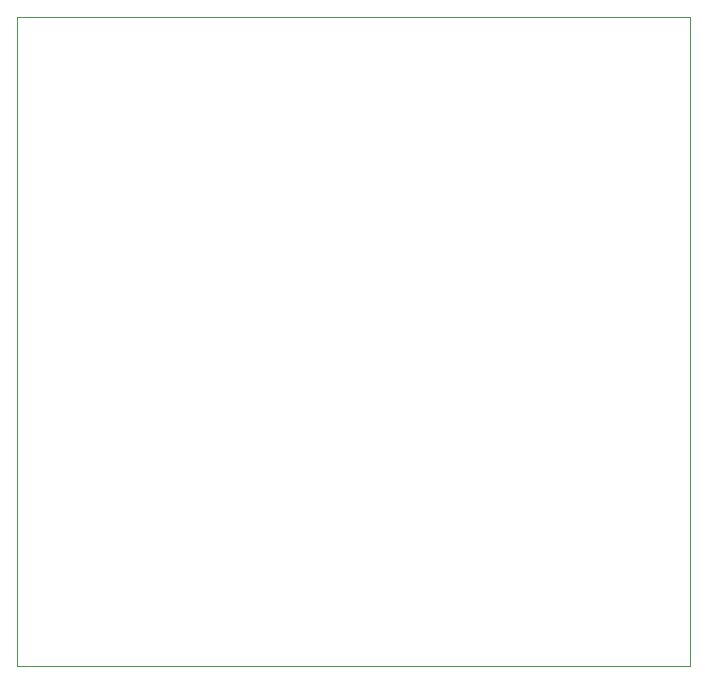
<source format=gbr>
%TF.GenerationSoftware,KiCad,Pcbnew,(5.1.6)-1*%
%TF.CreationDate,2020-11-01T08:40:04-08:00*%
%TF.ProjectId,CentralController,43656e74-7261-46c4-936f-6e74726f6c6c,rev?*%
%TF.SameCoordinates,Original*%
%TF.FileFunction,Profile,NP*%
%FSLAX46Y46*%
G04 Gerber Fmt 4.6, Leading zero omitted, Abs format (unit mm)*
G04 Created by KiCad (PCBNEW (5.1.6)-1) date 2020-11-01 08:40:04*
%MOMM*%
%LPD*%
G01*
G04 APERTURE LIST*
%TA.AperFunction,Profile*%
%ADD10C,0.050000*%
%TD*%
G04 APERTURE END LIST*
D10*
X142000000Y-59000000D02*
X142000000Y-62000000D01*
X85000000Y-59000000D02*
X142000000Y-59000000D01*
X85000000Y-114000000D02*
X85000000Y-59000000D01*
X142000000Y-114000000D02*
X85000000Y-114000000D01*
X142000000Y-62000000D02*
X142000000Y-114000000D01*
M02*

</source>
